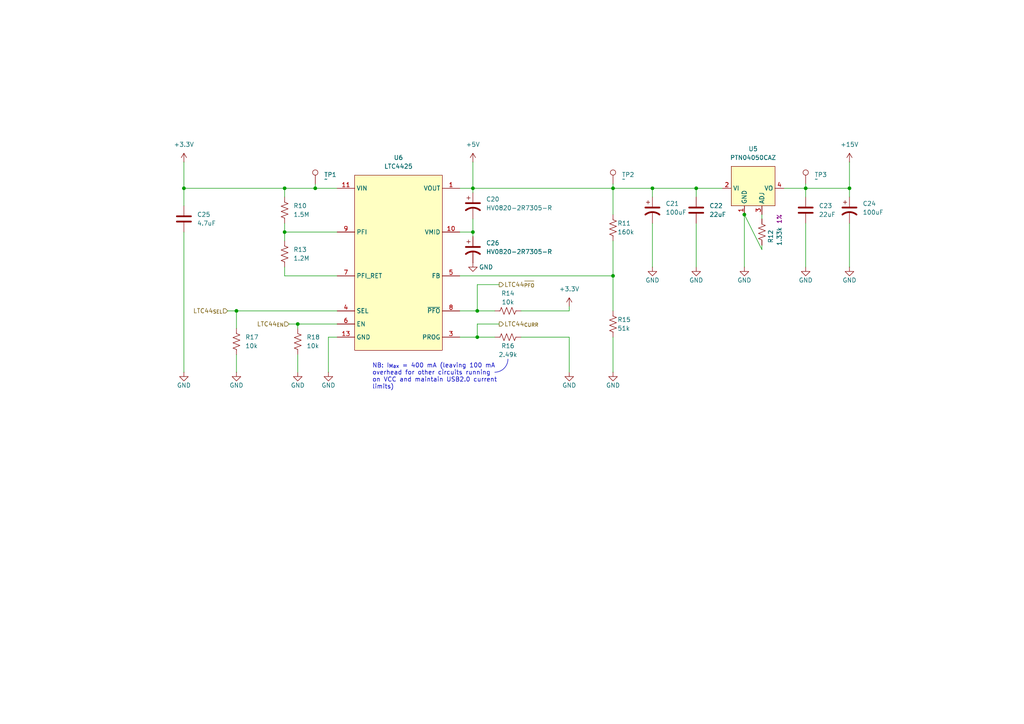
<source format=kicad_sch>
(kicad_sch (version 20231120) (generator "eeschema") (generator_version "8.0")
  (paper "A4")
  (title_block (title "Open Ephys Commutator Controller") (rev "D") (company "Open Ephys, Inc."))
  (lib_symbols
    (symbol "Connector:TestPoint" (pin_numbers hide) (pin_names (offset 0.762) hide)
      (property "Reference" "TP" (at 0 6.858 0))
      (property "Value" "TestPoint" (at 0 5.08 0))
      (symbol "TestPoint_0_1"
        (circle (center 0 3.302) (radius 0.762))
      )
      (symbol "TestPoint_1_1"
        (pin passive line (at 0 0 90) (length 2.54) (name "1") (number "1"))
      )
    )
    (symbol "Device:C" (pin_numbers hide) (pin_names (offset 0.254))
      (property "Reference" "C" (at 0.635 2.54 0))
      (property "Value" "C" (at 0.635 -2.54 0))
      (symbol "C_0_1"
        (polyline (pts (xy -2.032 -0.762) (xy 2.032 -0.762)) (stroke (width 0.508)))
        (polyline (pts (xy -2.032 0.762) (xy 2.032 0.762)) (stroke (width 0.508)))
      )
      (symbol "C_1_1"
        (pin passive line (at 0 3.81 270) (length 2.794) (name "~") (number "1"))
        (pin passive line (at 0 -3.81 90) (length 2.794) (name "~") (number "2"))
      )
    )
    (symbol "Device:C_Polarized_US" (pin_numbers hide) (pin_names (offset 0.254) hide)
      (property "Reference" "C" (at 0.635 2.54 0))
      (property "Value" "C_Polarized_US" (at 0.635 -2.54 0))
      (symbol "C_Polarized_US_0_1"
        (polyline (pts (xy -2.032 0.762) (xy 2.032 0.762)) (stroke (width 0.508)))
        (polyline (pts (xy -1.778 2.286) (xy -0.762 2.286)))
        (polyline (pts (xy -1.27 1.778) (xy -1.27 2.794)))
        (arc (start 2.032 -1.27) (mid 0 -0.5572) (end -2.032 -1.27) (stroke (width 0.508)))
      )
      (symbol "C_Polarized_US_1_1"
        (pin passive line (at 0 3.81 270) (length 2.794) (name "~") (number "1"))
        (pin passive line (at 0 -3.81 90) (length 3.302) (name "~") (number "2"))
      )
    )
    (symbol "Device:R_US" (pin_numbers hide) (pin_names (offset 0))
      (property "Reference" "R" (at 2.54 0 90))
      (property "Value" "R_US" (at -2.54 0 90))
      (symbol "R_US_0_1"
        (polyline (pts (xy 0 -2.286) (xy 0 -2.54)))
        (polyline (pts (xy 0 2.286) (xy 0 2.54)))
        (polyline (pts (xy 0 -0.762) (xy 1.016 -1.143) (xy 0 -1.524) (xy -1.016 -1.905) (xy 0 -2.286)))
        (polyline (pts (xy 0 0.762) (xy 1.016 0.381) (xy 0 0) (xy -1.016 -0.381) (xy 0 -0.762)))
        (polyline (pts (xy 0 2.286) (xy 1.016 1.905) (xy 0 1.524) (xy -1.016 1.143) (xy 0 0.762)))
      )
      (symbol "R_US_1_1"
        (pin passive line (at 0 3.81 270) (length 1.27) (name "~") (number "1"))
        (pin passive line (at 0 -3.81 90) (length 1.27) (name "~") (number "2"))
      )
    )
    (symbol "oe:LTC4425"
      (property "Reference" "U" (at 0 29.21 0))
      (property "Value" "LTC4425" (at 0 26.67 0))
      (symbol "LTC4425_1_0"
        (pin passive line (at -17.78 21.59 0) (length 5.08) hide (name "VIN") (number "12"))
        (pin passive line (at 17.78 21.59 180) (length 5.08) hide (name "VOUT") (number "2"))
      )
      (symbol "LTC4425_1_1"
        (rectangle (start -12.7 25.4) (end 12.7 -25.4) (fill (type background)))
        (pin power_out line (at 17.78 21.59 180) (length 5.08) (name "VOUT") (number "1"))
        (pin output line (at 17.78 8.89 180) (length 5.08) (name "VMID") (number "10"))
        (pin power_in line (at -17.78 21.59 0) (length 5.08) (name "VIN") (number "11"))
        (pin power_in line (at -17.78 -21.59 0) (length 5.08) (name "GND") (number "13"))
        (pin output line (at 17.78 -21.59 180) (length 5.08) (name "PROG") (number "3"))
        (pin input line (at -17.78 -13.97 0) (length 5.08) (name "SEL") (number "4"))
        (pin input line (at 17.78 -3.81 180) (length 5.08) (name "FB") (number "5"))
        (pin input line (at -17.78 -17.78 0) (length 5.08) (name "EN") (number "6"))
        (pin input line (at -17.78 -3.81 0) (length 5.08) (name "PFI_RET") (number "7"))
        (pin open_collector line (at 17.78 -13.97 180) (length 5.08) (name "~{PFO}") (number "8"))
        (pin input line (at -17.78 8.89 0) (length 5.08) (name "PFI") (number "9"))
      )
    )
    (symbol "oe:PTN04050CAZ"
      (property "Reference" "U" (at 0 0 0))
      (property "Value" "PTN04050CAZ" (at 0 -1.27 0))
      (symbol "PTN04050CAZ_1_1"
        (rectangle (start -6.35 6.35) (end 6.35 -5.08) (fill (type background)))
        (pin power_in line (at -2.54 -7.62 90) (length 2.54) (name "GND") (number "1"))
        (pin power_in line (at -8.89 0 0) (length 2.54) (name "VI") (number "2"))
        (pin passive line (at 2.54 -7.62 90) (length 2.54) (name "ADJ") (number "3"))
        (pin power_out line (at 8.89 0 180) (length 2.54) (name "VO") (number "4"))
      )
    )
    (symbol "power:+15V" (power) (pin_numbers hide) (pin_names (offset 0) hide)
      (property "Value" "+15V" (at 0 3.556 0))
      (symbol "+15V_0_1"
        (polyline (pts (xy -0.762 1.27) (xy 0 2.54)))
        (polyline (pts (xy 0 0) (xy 0 2.54)))
        (polyline (pts (xy 0 2.54) (xy 0.762 1.27)))
      )
      (symbol "+15V_1_1"
        (pin power_in line (at 0 0 90) (length 0) (name "~") (number "1"))
      )
    )
    (symbol "power:+3.3V" (power) (pin_numbers hide) (pin_names (offset 0) hide)
      (property "Value" "+3.3V" (at 0 3.556 0))
      (symbol "+3.3V_0_1"
        (polyline (pts (xy -0.762 1.27) (xy 0 2.54)))
        (polyline (pts (xy 0 0) (xy 0 2.54)))
        (polyline (pts (xy 0 2.54) (xy 0.762 1.27)))
      )
      (symbol "+3.3V_1_1"
        (pin power_in line (at 0 0 90) (length 0) (name "~") (number "1"))
      )
    )
    (symbol "power:+5V" (power) (pin_numbers hide) (pin_names (offset 0) hide)
      (property "Value" "+5V" (at 0 3.556 0))
      (symbol "+5V_0_1"
        (polyline (pts (xy -0.762 1.27) (xy 0 2.54)))
        (polyline (pts (xy 0 0) (xy 0 2.54)))
        (polyline (pts (xy 0 2.54) (xy 0.762 1.27)))
      )
      (symbol "+5V_1_1"
        (pin power_in line (at 0 0 90) (length 0) (name "~") (number "1"))
      )
    )
    (symbol "power:GND" (power) (pin_numbers hide) (pin_names (offset 0) hide)
      (property "Value" "GND" (at 0 -3.81 0))
      (symbol "GND_0_1"
        (polyline (pts (xy 0 0) (xy 0 -1.27) (xy 1.27 -1.27) (xy 0 -2.54) (xy -1.27 -1.27) (xy 0 -1.27)))
      )
      (symbol "GND_1_1"
        (pin power_in line (at 0 0 270) (length 0) (name "~") (number "1"))
      )
    )
  )
  (junction (at 86.36 93.98))
  (junction (at 189.23 54.61))
  (junction (at 233.68 54.61))
  (junction (at 91.44 54.61))
  (junction (at 137.16 54.61))
  (junction (at 215.9 62.23))
  (junction (at 53.34 54.61))
  (junction (at 177.8 80.01))
  (junction (at 246.38 54.61))
  (junction (at 201.93 54.61))
  (junction (at 177.8 54.61))
  (junction (at 138.43 97.79))
  (junction (at 138.43 90.17))
  (junction (at 137.16 67.31))
  (junction (at 82.55 54.61))
  (junction (at 68.58 90.17))
  (junction (at 82.55 67.31))
  (wire (pts (xy 215.9 62.23) (xy 215.9 77.47)))
  (wire (pts (xy 177.8 97.79) (xy 177.8 107.95)))
  (wire (pts (xy 220.98 71.12) (xy 220.98 72.39)))
  (wire (pts (xy 138.43 93.98) (xy 138.43 97.79)))
  (wire (pts (xy 144.78 93.98) (xy 138.43 93.98)))
  (wire (pts (xy 86.36 95.25) (xy 86.36 93.98)))
  (wire (pts (xy 95.25 107.95) (xy 95.25 97.79)))
  (wire (pts (xy 91.44 54.61) (xy 97.79 54.61)))
  (wire (pts (xy 246.38 54.61) (xy 233.68 54.61)))
  (wire (pts (xy 53.34 46.99) (xy 53.34 54.61)))
  (wire (pts (xy 177.8 54.61) (xy 189.23 54.61)))
  (wire (pts (xy 246.38 54.61) (xy 246.38 46.99)))
  (wire (pts (xy 138.43 97.79) (xy 143.51 97.79)))
  (wire (pts (xy 137.16 67.31) (xy 137.16 68.58)))
  (wire (pts (xy 82.55 57.15) (xy 82.55 54.61)))
  (wire (pts (xy 82.55 67.31) (xy 82.55 69.85)))
  (wire (pts (xy 227.33 54.61) (xy 233.68 54.61)))
  (wire (pts (xy 83.82 93.98) (xy 86.36 93.98)))
  (wire (pts (xy 133.35 80.01) (xy 177.8 80.01)))
  (wire (pts (xy 165.1 97.79) (xy 165.1 107.95)))
  (wire (pts (xy 138.43 82.55) (xy 138.43 90.17)))
  (wire (pts (xy 246.38 57.15) (xy 246.38 54.61)))
  (wire (pts (xy 220.98 62.23) (xy 220.98 63.5)))
  (wire (pts (xy 82.55 67.31) (xy 97.79 67.31)))
  (wire (pts (xy 133.35 97.79) (xy 138.43 97.79)))
  (wire (pts (xy 53.34 67.31) (xy 53.34 107.95)))
  (wire (pts (xy 137.16 54.61) (xy 177.8 54.61)))
  (wire (pts (xy 133.35 67.31) (xy 137.16 67.31)))
  (wire (pts (xy 189.23 57.15) (xy 189.23 54.61)))
  (wire (pts (xy 177.8 80.01) (xy 177.8 90.17)))
  (wire (pts (xy 151.13 97.79) (xy 165.1 97.79)))
  (wire (pts (xy 53.34 59.69) (xy 53.34 54.61)))
  (wire (pts (xy 137.16 67.31) (xy 137.16 63.5)))
  (wire (pts (xy 86.36 102.87) (xy 86.36 107.95)))
  (wire (pts (xy 201.93 54.61) (xy 209.55 54.61)))
  (wire (pts (xy 246.38 64.77) (xy 246.38 77.47)))
  (wire (pts (xy 137.16 55.88) (xy 137.16 54.61)))
  (wire (pts (xy 165.1 88.9) (xy 165.1 90.17)))
  (wire (pts (xy 177.8 53.34) (xy 177.8 54.61)))
  (wire (pts (xy 233.68 64.77) (xy 233.68 77.47)))
  (wire (pts (xy 189.23 54.61) (xy 201.93 54.61)))
  (wire (pts (xy 201.93 54.61) (xy 201.93 57.15)))
  (wire (pts (xy 82.55 54.61) (xy 91.44 54.61)))
  (wire (pts (xy 68.58 90.17) (xy 68.58 95.25)))
  (wire (pts (xy 91.44 53.34) (xy 91.44 54.61)))
  (wire (pts (xy 137.16 46.99) (xy 137.16 54.61)))
  (wire (pts (xy 133.35 90.17) (xy 138.43 90.17)))
  (wire (pts (xy 189.23 64.77) (xy 189.23 77.47)))
  (wire (pts (xy 68.58 102.87) (xy 68.58 107.95)))
  (wire (pts (xy 66.04 90.17) (xy 68.58 90.17)))
  (wire (pts (xy 220.98 72.39) (xy 215.9 62.23)))
  (wire (pts (xy 138.43 82.55) (xy 144.78 82.55)))
  (wire (pts (xy 151.13 90.17) (xy 165.1 90.17)))
  (wire (pts (xy 233.68 53.34) (xy 233.68 54.61)))
  (wire (pts (xy 82.55 64.77) (xy 82.55 67.31)))
  (wire (pts (xy 201.93 64.77) (xy 201.93 77.47)))
  (wire (pts (xy 82.55 80.01) (xy 82.55 77.47)))
  (wire (pts (xy 177.8 69.85) (xy 177.8 80.01)))
  (wire (pts (xy 86.36 93.98) (xy 97.79 93.98)))
  (wire (pts (xy 177.8 54.61) (xy 177.8 62.23)))
  (wire (pts (xy 233.68 54.61) (xy 233.68 57.15)))
  (wire (pts (xy 138.43 90.17) (xy 143.51 90.17)))
  (wire (pts (xy 133.35 54.61) (xy 137.16 54.61)))
  (wire (pts (xy 97.79 80.01) (xy 82.55 80.01)))
  (wire (pts (xy 68.58 90.17) (xy 97.79 90.17)))
  (wire (pts (xy 95.25 97.79) (xy 97.79 97.79)))
  (wire (pts (xy 53.34 54.61) (xy 82.55 54.61)))
  (arc (start 147.32 104.14) (mid 146.2041 106.8341) (end 143.51 107.95))
  (text "NB: I_{Max} = 400 mA (leaving 100 mA \noverhead for other circuits running \non VCC and maintain USB2.0 current \nlimits)" (at 107.95 113.03 0) (effects (font (size 1.27 1.27)) (justify left bottom)))
  (hierarchical_label "LTC44_{CURR}" (shape output) (at 144.78 93.98 0))
  (hierarchical_label "LTC44_{EN}" (shape input) (at 83.82 93.98 180))
  (hierarchical_label "LTC44_{~{PFO}}" (shape output) (at 144.78 82.55 0))
  (hierarchical_label "LTC44_{SEL}" (shape input) (at 66.04 90.17 180))
  (symbol (lib_id "Device:C_Polarized_US") (at 246.38 60.96 0) (unit 1)
    (property "Reference" "C24" (at 250.19 59.055 0) (effects (justify left)))
    (property "Value" "100uF" (at 250.19 61.595 0) (effects (justify left)))
    (property "Footprint" "Capacitor_SMD:C_Elec_8x10.2" (effects (hide yes)))
    (property "Description" "Polarized capacitor, US symbol" (effects (hide yes)))
  )
  (symbol (lib_id "power:+5V") (at 137.16 46.99 0) (unit 1)
    (property "Reference" "#PWR039" (effects (hide yes)))
    (property "Value" "+5V" (at 137.16 41.91 0))
    (property "Description" "Power symbol creates a global label with name \"+5V\"" (effects (hide yes)))
  )
  (symbol (lib_id "Device:R_US") (at 177.8 93.98 0) (unit 1)
    (property "Reference" "R15" (at 179.07 92.71 0) (effects (justify left)))
    (property "Value" "51k" (at 179.07 95.25 0) (effects (justify left)))
    (property "Footprint" "Resistor_SMD:R_0603_1608Metric" (effects (hide yes)))
    (property "Description" "Resistor, US symbol" (effects (hide yes)))
    (property "Tolerance" "1%" (effects (hide yes)))
  )
  (symbol (lib_id "Device:C") (at 233.68 60.96 0) (unit 1)
    (property "Reference" "C23" (at 237.49 59.69 0) (effects (justify left)))
    (property "Value" "22uF" (at 237.49 62.23 0) (effects (justify left)))
    (property "Footprint" "Capacitor_SMD:C_1206_3216Metric" (effects (hide yes)))
    (property "Description" "Unpolarized capacitor" (effects (hide yes)))
  )
  (symbol (lib_id "Device:R_US") (at 68.58 99.06 0) (unit 1)
    (property "Reference" "R17" (at 71.12 97.79 0) (effects (justify left)))
    (property "Value" "10k" (at 71.12 100.33 0) (effects (justify left)))
    (property "Footprint" "Resistor_SMD:R_0603_1608Metric" (effects (hide yes)))
    (property "Description" "Resistor, US symbol" (effects (hide yes)))
  )
  (symbol (lib_id "power:GND") (at 233.68 77.47 0) (unit 1)
    (property "Reference" "#PWR045" (effects (hide yes)))
    (property "Value" "GND" (at 233.68 81.28 0))
    (property "Description" "Power symbol creates a global label with name \"GND\" , ground" (effects (hide yes)))
  )
  (symbol (lib_id "Device:R_US") (at 177.8 66.04 0) (unit 1)
    (property "Reference" "R11" (at 179.07 64.77 0) (effects (justify left)))
    (property "Value" "160k" (at 179.07 67.31 0) (effects (justify left)))
    (property "Footprint" "Resistor_SMD:R_0603_1608Metric" (effects (hide yes)))
    (property "Description" "Resistor, US symbol" (effects (hide yes)))
    (property "Tolerance" "1%" (effects (hide yes)))
  )
  (symbol (lib_id "oe:PTN04050CAZ") (at 218.44 54.61 0) (unit 1)
    (property "Reference" "U5" (at 218.44 43.18 0))
    (property "Value" "PTN04050CAZ" (at 218.44 45.72 0))
    (property "Footprint" "oe:TI_R-PDSS_B4_SMD" (effects (hide yes)))
    (property "Datasheet" "https://rocelec.widen.net/view/pdf/tjdcpseefw/slts251a.pdf?t.download=true&u=5oefqw" (effects (hide yes)))
    (property "Description" "Boost Converter DC/DC Adjustable Power" (effects (hide yes)))
  )
  (symbol (lib_id "Connector:TestPoint") (at 91.44 53.34 0) (unit 1)
    (property "Reference" "TP1" (at 93.98 50.673 0) (effects (justify left)))
    (property "Value" "~" (at 93.98 51.943 0) (effects (justify left)))
    (property "Footprint" "TestPoint:TestPoint_Pad_D2.0mm" (effects (hide yes)))
    (property "Description" "test point" (effects (hide yes)))
  )
  (symbol (lib_id "Device:R_US") (at 82.55 73.66 0) (unit 1)
    (property "Reference" "R13" (at 85.09 72.39 0) (effects (justify left)))
    (property "Value" "1.2M" (at 85.09 74.93 0) (effects (justify left)))
    (property "Footprint" "Resistor_SMD:R_0603_1608Metric" (effects (hide yes)))
    (property "Description" "Resistor, US symbol" (effects (hide yes)))
  )
  (symbol (lib_id "power:GND") (at 86.36 107.95 0) (unit 1)
    (property "Reference" "#PWR050" (effects (hide yes)))
    (property "Value" "GND" (at 86.36 111.76 0))
    (property "Description" "Power symbol creates a global label with name \"GND\" , ground" (effects (hide yes)))
  )
  (symbol (lib_id "Device:C_Polarized_US") (at 137.16 72.39 0) (unit 1)
    (property "Reference" "C26" (at 140.97 70.485 0) (effects (justify left)))
    (property "Value" "HV0820-2R7305-R" (at 140.97 73.025 0) (effects (justify left)))
    (property "Footprint" "Capacitor_SMD:C_1210_3225Metric" (effects (hide yes)))
    (property "Description" "Polarized capacitor, US symbol" (effects (hide yes)))
  )
  (symbol (lib_id "Device:R_US") (at 86.36 99.06 0) (unit 1)
    (property "Reference" "R18" (at 88.9 97.79 0) (effects (justify left)))
    (property "Value" "10k" (at 88.9 100.33 0) (effects (justify left)))
    (property "Footprint" "Resistor_SMD:R_0603_1608Metric" (effects (hide yes)))
    (property "Description" "Resistor, US symbol" (effects (hide yes)))
  )
  (symbol (lib_id "power:GND") (at 165.1 107.95 0) (unit 1)
    (property "Reference" "#PWR052" (effects (hide yes)))
    (property "Value" "GND" (at 165.1 111.76 0))
    (property "Description" "Power symbol creates a global label with name \"GND\" , ground" (effects (hide yes)))
  )
  (symbol (lib_id "power:+3.3V") (at 53.34 46.99 0) (unit 1)
    (property "Reference" "#PWR038" (effects (hide yes)))
    (property "Value" "+3.3V" (at 53.34 41.91 0))
    (property "Description" "Power symbol creates a global label with name \"+3.3V\"" (effects (hide yes)))
  )
  (symbol (lib_id "Connector:TestPoint") (at 233.68 53.34 0) (unit 1)
    (property "Reference" "TP3" (at 236.22 50.673 0) (effects (justify left)))
    (property "Value" "~" (at 236.22 51.943 0) (effects (justify left)))
    (property "Footprint" "TestPoint:TestPoint_Pad_D2.0mm" (effects (hide yes)))
    (property "Description" "test point" (effects (hide yes)))
  )
  (symbol (lib_id "power:GND") (at 53.34 107.95 0) (unit 1)
    (property "Reference" "#PWR048" (effects (hide yes)))
    (property "Value" "GND" (at 53.34 111.76 0))
    (property "Description" "Power symbol creates a global label with name \"GND\" , ground" (effects (hide yes)))
  )
  (symbol (lib_id "power:+3.3V") (at 165.1 88.9 0) (unit 1)
    (property "Reference" "#PWR047" (effects (hide yes)))
    (property "Value" "+3.3V" (at 165.1 83.82 0))
    (property "Description" "Power symbol creates a global label with name \"+3.3V\"" (effects (hide yes)))
  )
  (symbol (lib_id "Connector:TestPoint") (at 177.8 53.34 0) (unit 1)
    (property "Reference" "TP2" (at 180.34 50.673 0) (effects (justify left)))
    (property "Value" "~" (at 180.34 51.943 0) (effects (justify left)))
    (property "Footprint" "TestPoint:TestPoint_Pad_D2.0mm" (effects (hide yes)))
    (property "Description" "test point" (effects (hide yes)))
  )
  (symbol (lib_id "Device:C") (at 53.34 63.5 0) (unit 1)
    (property "Reference" "C25" (at 57.15 62.23 0) (effects (justify left)))
    (property "Value" "4.7uF" (at 57.15 64.77 0) (effects (justify left)))
    (property "Footprint" "Capacitor_SMD:C_0805_2012Metric" (effects (hide yes)))
    (property "Description" "Unpolarized capacitor" (effects (hide yes)))
  )
  (symbol (lib_id "power:GND") (at 215.9 77.47 0) (unit 1)
    (property "Reference" "#PWR044" (effects (hide yes)))
    (property "Value" "GND" (at 215.9 81.28 0))
    (property "Description" "Power symbol creates a global label with name \"GND\" , ground" (effects (hide yes)))
  )
  (symbol (lib_id "power:GND") (at 177.8 107.95 0) (unit 1)
    (property "Reference" "#PWR053" (effects (hide yes)))
    (property "Value" "GND" (at 177.8 111.76 0))
    (property "Description" "Power symbol creates a global label with name \"GND\" , ground" (effects (hide yes)))
  )
  (symbol (lib_id "Device:C_Polarized_US") (at 189.23 60.96 0) (unit 1)
    (property "Reference" "C21" (at 193.04 59.055 0) (effects (justify left)))
    (property "Value" "100uF" (at 193.04 61.595 0) (effects (justify left)))
    (property "Footprint" "Capacitor_SMD:C_Elec_8x10.2" (effects (hide yes)))
    (property "Description" "Polarized capacitor, US symbol" (effects (hide yes)))
  )
  (symbol (lib_id "Device:R_US") (at 82.55 60.96 0) (unit 1)
    (property "Reference" "R10" (at 85.09 59.69 0) (effects (justify left)))
    (property "Value" "1.5M" (at 85.09 62.23 0) (effects (justify left)))
    (property "Footprint" "Resistor_SMD:R_0603_1608Metric" (effects (hide yes)))
    (property "Description" "Resistor, US symbol" (effects (hide yes)))
  )
  (symbol (lib_id "power:GND") (at 137.16 76.2 0) (unit 1)
    (property "Reference" "#PWR041" (effects (hide yes)))
    (property "Value" "GND" (at 140.97 77.47 0))
    (property "Description" "Power symbol creates a global label with name \"GND\" , ground" (effects (hide yes)))
  )
  (symbol (lib_id "oe:LTC4425") (at 115.57 76.2 0) (unit 1)
    (property "Reference" "U6" (at 115.57 45.72 0))
    (property "Value" "LTC4425" (at 115.57 48.26 0))
    (property "Footprint" "Package_SO:MSOP-12-1EP_3x4mm_P0.65mm_EP1.65x2.85mm" (effects (hide yes)))
    (property "Datasheet" "https://www.analog.com/media/en/technical-documentation/data-sheets/4425fa.pdf" (effects (hide yes)))
    (property "Description" "Linear SuperCap charger with current-limited ideal diode and V/I monitor " (effects (hide yes)))
  )
  (symbol (lib_id "power:GND") (at 95.25 107.95 0) (unit 1)
    (property "Reference" "#PWR051" (effects (hide yes)))
    (property "Value" "GND" (at 95.25 111.76 0))
    (property "Description" "Power symbol creates a global label with name \"GND\" , ground" (effects (hide yes)))
  )
  (symbol (lib_id "Device:R_US") (at 220.98 67.31 0) (unit 1)
    (property "Reference" "R12" (at 223.52 68.58 90))
    (property "Value" "1.33k" (at 226.06 68.58 90))
    (property "Footprint" "Resistor_SMD:R_0603_1608Metric" (effects (hide yes)))
    (property "Description" "Resistor, US symbol" (effects (hide yes)))
    (property "Tolerance" "1%" (at 226.06 63.5 90))
  )
  (symbol (lib_id "Device:C") (at 201.93 60.96 0) (unit 1)
    (property "Reference" "C22" (at 205.74 59.69 0) (effects (justify left)))
    (property "Value" "22uF" (at 205.74 62.23 0) (effects (justify left)))
    (property "Footprint" "Capacitor_SMD:C_1206_3216Metric" (effects (hide yes)))
    (property "Description" "Unpolarized capacitor" (effects (hide yes)))
  )
  (symbol (lib_id "power:GND") (at 246.38 77.47 0) (unit 1)
    (property "Reference" "#PWR046" (effects (hide yes)))
    (property "Value" "GND" (at 246.38 81.28 0))
    (property "Description" "Power symbol creates a global label with name \"GND\" , ground" (effects (hide yes)))
  )
  (symbol (lib_id "power:GND") (at 189.23 77.47 0) (unit 1)
    (property "Reference" "#PWR042" (effects (hide yes)))
    (property "Value" "GND" (at 189.23 81.28 0))
    (property "Description" "Power symbol creates a global label with name \"GND\" , ground" (effects (hide yes)))
  )
  (symbol (lib_id "Device:C_Polarized_US") (at 137.16 59.69 0) (unit 1)
    (property "Reference" "C20" (at 140.97 57.785 0) (effects (justify left)))
    (property "Value" "HV0820-2R7305-R" (at 140.97 60.325 0) (effects (justify left)))
    (property "Footprint" "Capacitor_SMD:C_1210_3225Metric" (effects (hide yes)))
    (property "Description" "Polarized capacitor, US symbol" (effects (hide yes)))
  )
  (symbol (lib_id "power:GND") (at 201.93 77.47 0) (unit 1)
    (property "Reference" "#PWR043" (effects (hide yes)))
    (property "Value" "GND" (at 201.93 81.28 0))
    (property "Description" "Power symbol creates a global label with name \"GND\" , ground" (effects (hide yes)))
  )
  (symbol (lib_id "power:+15V") (at 246.38 46.99 0) (unit 1)
    (property "Reference" "#PWR040" (effects (hide yes)))
    (property "Value" "+15V" (at 246.38 41.91 0))
    (property "Description" "Power symbol creates a global label with name \"+15V\"" (effects (hide yes)))
  )
  (symbol (lib_id "Device:R_US") (at 147.32 97.79 270) (unit 1)
    (property "Reference" "R16" (at 147.32 100.33 90))
    (property "Value" "2.49k" (at 147.32 102.87 90))
    (property "Footprint" "Resistor_SMD:R_0603_1608Metric" (effects (hide yes)))
    (property "Description" "Resistor, US symbol" (effects (hide yes)))
  )
  (symbol (lib_id "power:GND") (at 68.58 107.95 0) (unit 1)
    (property "Reference" "#PWR049" (effects (hide yes)))
    (property "Value" "GND" (at 68.58 111.76 0))
    (property "Description" "Power symbol creates a global label with name \"GND\" , ground" (effects (hide yes)))
  )
  (symbol (lib_id "Device:R_US") (at 147.32 90.17 90) (unit 1)
    (property "Reference" "R14" (at 147.32 85.09 90))
    (property "Value" "10k" (at 147.32 87.63 90))
    (property "Footprint" "Resistor_SMD:R_0603_1608Metric" (effects (hide yes)))
    (property "Description" "Resistor, US symbol" (effects (hide yes)))
  )
)
</source>
